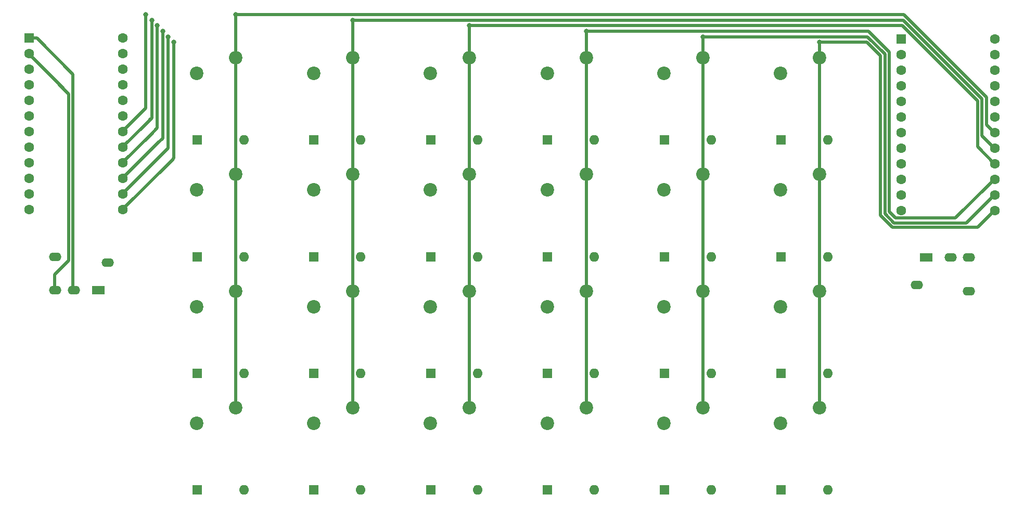
<source format=gtl>
G04 #@! TF.GenerationSoftware,KiCad,Pcbnew,(5.0.2)-1*
G04 #@! TF.CreationDate,2019-02-28T20:13:41+09:00*
G04 #@! TF.ProjectId,Keyboard,4b657962-6f61-4726-942e-6b696361645f,rev?*
G04 #@! TF.SameCoordinates,Original*
G04 #@! TF.FileFunction,Copper,L1,Top*
G04 #@! TF.FilePolarity,Positive*
%FSLAX46Y46*%
G04 Gerber Fmt 4.6, Leading zero omitted, Abs format (unit mm)*
G04 Created by KiCad (PCBNEW (5.0.2)-1) date 2019/02/28 20:13:41*
%MOMM*%
%LPD*%
G01*
G04 APERTURE LIST*
G04 #@! TA.AperFunction,ComponentPad*
%ADD10C,2.200000*%
G04 #@! TD*
G04 #@! TA.AperFunction,ComponentPad*
%ADD11R,1.600000X1.600000*%
G04 #@! TD*
G04 #@! TA.AperFunction,ComponentPad*
%ADD12O,1.600000X1.600000*%
G04 #@! TD*
G04 #@! TA.AperFunction,ComponentPad*
%ADD13C,1.600000*%
G04 #@! TD*
G04 #@! TA.AperFunction,ComponentPad*
%ADD14O,2.000000X1.400000*%
G04 #@! TD*
G04 #@! TA.AperFunction,ComponentPad*
%ADD15R,2.000000X1.400000*%
G04 #@! TD*
G04 #@! TA.AperFunction,ViaPad*
%ADD16C,0.800000*%
G04 #@! TD*
G04 #@! TA.AperFunction,Conductor*
%ADD17C,0.500000*%
G04 #@! TD*
G04 APERTURE END LIST*
D10*
G04 #@! TO.P,K23,2*
G04 #@! TO.N,Net-(D23-Pad1)*
X33850000Y-68640000D03*
G04 #@! TO.P,K23,1*
G04 #@! TO.N,COL0*
X40200000Y-66100000D03*
G04 #@! TD*
G04 #@! TO.P,K24,1*
G04 #@! TO.N,COL1*
X59200000Y-66100000D03*
G04 #@! TO.P,K24,2*
G04 #@! TO.N,Net-(D24-Pad1)*
X52850000Y-68640000D03*
G04 #@! TD*
D11*
G04 #@! TO.P,D24,1*
G04 #@! TO.N,Net-(D24-Pad1)*
X52900000Y-79500000D03*
D12*
G04 #@! TO.P,D24,2*
G04 #@! TO.N,ROW3*
X60520000Y-79500000D03*
G04 #@! TD*
G04 #@! TO.P,D23,2*
G04 #@! TO.N,ROW3*
X41520000Y-79500000D03*
D11*
G04 #@! TO.P,D23,1*
G04 #@! TO.N,Net-(D23-Pad1)*
X33900000Y-79500000D03*
G04 #@! TD*
G04 #@! TO.P,U2,1*
G04 #@! TO.N,TX2*
X6580000Y-5930000D03*
D13*
G04 #@! TO.P,U2,2*
G04 #@! TO.N,RX2*
X6580000Y-8470000D03*
G04 #@! TO.P,U2,3*
G04 #@! TO.N,Net-(U2-Pad3)*
X6580000Y-11010000D03*
G04 #@! TO.P,U2,4*
G04 #@! TO.N,Net-(U2-Pad4)*
X6580000Y-13550000D03*
G04 #@! TO.P,U2,5*
G04 #@! TO.N,Net-(U2-Pad5)*
X6580000Y-16090000D03*
G04 #@! TO.P,U2,6*
G04 #@! TO.N,Net-(U2-Pad6)*
X6580000Y-18630000D03*
G04 #@! TO.P,U2,7*
G04 #@! TO.N,Net-(U2-Pad7)*
X6580000Y-21170000D03*
G04 #@! TO.P,U2,8*
G04 #@! TO.N,Net-(U2-Pad8)*
X6580000Y-23710000D03*
G04 #@! TO.P,U2,9*
G04 #@! TO.N,ROW0*
X6580000Y-26250000D03*
G04 #@! TO.P,U2,10*
G04 #@! TO.N,ROW1*
X6580000Y-28790000D03*
G04 #@! TO.P,U2,11*
G04 #@! TO.N,ROW2*
X6580000Y-31330000D03*
G04 #@! TO.P,U2,12*
G04 #@! TO.N,ROW3*
X6580000Y-33870000D03*
G04 #@! TO.P,U2,13*
G04 #@! TO.N,COL5*
X21820000Y-33870000D03*
G04 #@! TO.P,U2,14*
G04 #@! TO.N,COL4*
X21820000Y-31330000D03*
G04 #@! TO.P,U2,15*
G04 #@! TO.N,COL3*
X21820000Y-28790000D03*
G04 #@! TO.P,U2,16*
G04 #@! TO.N,COL2*
X21820000Y-26250000D03*
G04 #@! TO.P,U2,17*
G04 #@! TO.N,COL1*
X21820000Y-23710000D03*
G04 #@! TO.P,U2,18*
G04 #@! TO.N,COL0*
X21820000Y-21170000D03*
G04 #@! TO.P,U2,19*
G04 #@! TO.N,Net-(U2-Pad19)*
X21820000Y-18630000D03*
G04 #@! TO.P,U2,20*
G04 #@! TO.N,Net-(U2-Pad20)*
X21820000Y-16090000D03*
G04 #@! TO.P,U2,21*
G04 #@! TO.N,Net-(U2-Pad21)*
X21820000Y-13550000D03*
G04 #@! TO.P,U2,22*
G04 #@! TO.N,Net-(U2-Pad22)*
X21820000Y-11010000D03*
G04 #@! TO.P,U2,23*
G04 #@! TO.N,Net-(U2-Pad23)*
X21820000Y-8470000D03*
G04 #@! TO.P,U2,24*
G04 #@! TO.N,Net-(U2-Pad24)*
X21820000Y-5930000D03*
G04 #@! TD*
D10*
G04 #@! TO.P,K3,1*
G04 #@! TO.N,COL0*
X40200000Y-47100000D03*
G04 #@! TO.P,K3,2*
G04 #@! TO.N,Net-(D3-Pad1)*
X33850000Y-49640000D03*
G04 #@! TD*
G04 #@! TO.P,K7,1*
G04 #@! TO.N,COL2*
X78200000Y-9100000D03*
G04 #@! TO.P,K7,2*
G04 #@! TO.N,Net-(D7-Pad1)*
X71850000Y-11640000D03*
G04 #@! TD*
G04 #@! TO.P,K8,1*
G04 #@! TO.N,COL2*
X78200000Y-28100000D03*
G04 #@! TO.P,K8,2*
G04 #@! TO.N,Net-(D8-Pad1)*
X71850000Y-30640000D03*
G04 #@! TD*
D11*
G04 #@! TO.P,D2,1*
G04 #@! TO.N,Net-(D2-Pad1)*
X33900000Y-41500000D03*
D12*
G04 #@! TO.P,D2,2*
G04 #@! TO.N,ROW1*
X41520000Y-41500000D03*
G04 #@! TD*
D11*
G04 #@! TO.P,D7,1*
G04 #@! TO.N,Net-(D7-Pad1)*
X71900000Y-22500000D03*
D12*
G04 #@! TO.P,D7,2*
G04 #@! TO.N,ROW0*
X79520000Y-22500000D03*
G04 #@! TD*
D11*
G04 #@! TO.P,D10,1*
G04 #@! TO.N,Net-(D10-Pad1)*
X71900000Y-79500000D03*
D12*
G04 #@! TO.P,D10,2*
G04 #@! TO.N,ROW3*
X79520000Y-79500000D03*
G04 #@! TD*
G04 #@! TO.P,D9,2*
G04 #@! TO.N,ROW2*
X79520000Y-60500000D03*
D11*
G04 #@! TO.P,D9,1*
G04 #@! TO.N,Net-(D9-Pad1)*
X71900000Y-60500000D03*
G04 #@! TD*
G04 #@! TO.P,D16,1*
G04 #@! TO.N,Net-(D16-Pad1)*
X109900000Y-41500000D03*
D12*
G04 #@! TO.P,D16,2*
G04 #@! TO.N,ROW1*
X117520000Y-41500000D03*
G04 #@! TD*
D10*
G04 #@! TO.P,K4,2*
G04 #@! TO.N,Net-(D4-Pad1)*
X52850000Y-11640000D03*
G04 #@! TO.P,K4,1*
G04 #@! TO.N,COL1*
X59200000Y-9100000D03*
G04 #@! TD*
G04 #@! TO.P,K9,1*
G04 #@! TO.N,COL2*
X78200000Y-47100000D03*
G04 #@! TO.P,K9,2*
G04 #@! TO.N,Net-(D9-Pad1)*
X71850000Y-49640000D03*
G04 #@! TD*
G04 #@! TO.P,K5,1*
G04 #@! TO.N,COL1*
X59200000Y-28100000D03*
G04 #@! TO.P,K5,2*
G04 #@! TO.N,Net-(D5-Pad1)*
X52850000Y-30640000D03*
G04 #@! TD*
D12*
G04 #@! TO.P,D15,2*
G04 #@! TO.N,ROW0*
X117520000Y-22500000D03*
D11*
G04 #@! TO.P,D15,1*
G04 #@! TO.N,Net-(D15-Pad1)*
X109900000Y-22500000D03*
G04 #@! TD*
D12*
G04 #@! TO.P,D17,2*
G04 #@! TO.N,ROW2*
X117520000Y-60500000D03*
D11*
G04 #@! TO.P,D17,1*
G04 #@! TO.N,Net-(D17-Pad1)*
X109900000Y-60500000D03*
G04 #@! TD*
D12*
G04 #@! TO.P,D12,2*
G04 #@! TO.N,ROW1*
X98520000Y-41500000D03*
D11*
G04 #@! TO.P,D12,1*
G04 #@! TO.N,Net-(D12-Pad1)*
X90900000Y-41500000D03*
G04 #@! TD*
D12*
G04 #@! TO.P,D4,2*
G04 #@! TO.N,ROW0*
X60520000Y-22500000D03*
D11*
G04 #@! TO.P,D4,1*
G04 #@! TO.N,Net-(D4-Pad1)*
X52900000Y-22500000D03*
G04 #@! TD*
G04 #@! TO.P,D6,1*
G04 #@! TO.N,Net-(D6-Pad1)*
X52900000Y-60500000D03*
D12*
G04 #@! TO.P,D6,2*
G04 #@! TO.N,ROW2*
X60520000Y-60500000D03*
G04 #@! TD*
G04 #@! TO.P,D14,2*
G04 #@! TO.N,ROW3*
X98520000Y-79500000D03*
D11*
G04 #@! TO.P,D14,1*
G04 #@! TO.N,Net-(D14-Pad1)*
X90900000Y-79500000D03*
G04 #@! TD*
G04 #@! TO.P,D18,1*
G04 #@! TO.N,Net-(D18-Pad1)*
X109900000Y-79500000D03*
D12*
G04 #@! TO.P,D18,2*
G04 #@! TO.N,ROW3*
X117520000Y-79500000D03*
G04 #@! TD*
D11*
G04 #@! TO.P,D21,1*
G04 #@! TO.N,Net-(D21-Pad1)*
X128900000Y-60500000D03*
D12*
G04 #@! TO.P,D21,2*
G04 #@! TO.N,ROW2*
X136520000Y-60500000D03*
G04 #@! TD*
G04 #@! TO.P,D22,2*
G04 #@! TO.N,ROW3*
X136520000Y-79500000D03*
D11*
G04 #@! TO.P,D22,1*
G04 #@! TO.N,Net-(D22-Pad1)*
X128900000Y-79500000D03*
G04 #@! TD*
D12*
G04 #@! TO.P,D3,2*
G04 #@! TO.N,ROW2*
X41520000Y-60500000D03*
D11*
G04 #@! TO.P,D3,1*
G04 #@! TO.N,Net-(D3-Pad1)*
X33900000Y-60500000D03*
G04 #@! TD*
D10*
G04 #@! TO.P,K1,1*
G04 #@! TO.N,COL0*
X40200000Y-9100000D03*
G04 #@! TO.P,K1,2*
G04 #@! TO.N,Net-(D1-Pad1)*
X33850000Y-11640000D03*
G04 #@! TD*
G04 #@! TO.P,K2,2*
G04 #@! TO.N,Net-(D2-Pad1)*
X33850000Y-30640000D03*
G04 #@! TO.P,K2,1*
G04 #@! TO.N,COL0*
X40200000Y-28100000D03*
G04 #@! TD*
D11*
G04 #@! TO.P,D11,1*
G04 #@! TO.N,Net-(D11-Pad1)*
X90900000Y-22500000D03*
D12*
G04 #@! TO.P,D11,2*
G04 #@! TO.N,ROW0*
X98520000Y-22500000D03*
G04 #@! TD*
D10*
G04 #@! TO.P,K19,1*
G04 #@! TO.N,COL5*
X135200000Y-9100000D03*
G04 #@! TO.P,K19,2*
G04 #@! TO.N,Net-(D19-Pad1)*
X128850000Y-11640000D03*
G04 #@! TD*
D12*
G04 #@! TO.P,D20,2*
G04 #@! TO.N,ROW1*
X136520000Y-41500000D03*
D11*
G04 #@! TO.P,D20,1*
G04 #@! TO.N,Net-(D20-Pad1)*
X128900000Y-41500000D03*
G04 #@! TD*
G04 #@! TO.P,D8,1*
G04 #@! TO.N,Net-(D8-Pad1)*
X71900000Y-41500000D03*
D12*
G04 #@! TO.P,D8,2*
G04 #@! TO.N,ROW1*
X79520000Y-41500000D03*
G04 #@! TD*
D10*
G04 #@! TO.P,K6,2*
G04 #@! TO.N,Net-(D6-Pad1)*
X52850000Y-49640000D03*
G04 #@! TO.P,K6,1*
G04 #@! TO.N,COL1*
X59200000Y-47100000D03*
G04 #@! TD*
D12*
G04 #@! TO.P,D13,2*
G04 #@! TO.N,ROW2*
X98520000Y-60500000D03*
D11*
G04 #@! TO.P,D13,1*
G04 #@! TO.N,Net-(D13-Pad1)*
X90900000Y-60500000D03*
G04 #@! TD*
D10*
G04 #@! TO.P,K17,2*
G04 #@! TO.N,Net-(D17-Pad1)*
X109850000Y-49640000D03*
G04 #@! TO.P,K17,1*
G04 #@! TO.N,COL4*
X116200000Y-47100000D03*
G04 #@! TD*
D11*
G04 #@! TO.P,D1,1*
G04 #@! TO.N,Net-(D1-Pad1)*
X33900000Y-22500000D03*
D12*
G04 #@! TO.P,D1,2*
G04 #@! TO.N,ROW0*
X41520000Y-22500000D03*
G04 #@! TD*
G04 #@! TO.P,D5,2*
G04 #@! TO.N,ROW1*
X60520000Y-41500000D03*
D11*
G04 #@! TO.P,D5,1*
G04 #@! TO.N,Net-(D5-Pad1)*
X52900000Y-41500000D03*
G04 #@! TD*
G04 #@! TO.P,D19,1*
G04 #@! TO.N,Net-(D19-Pad1)*
X128900000Y-22500000D03*
D12*
G04 #@! TO.P,D19,2*
G04 #@! TO.N,ROW0*
X136520000Y-22500000D03*
G04 #@! TD*
D10*
G04 #@! TO.P,K14,1*
G04 #@! TO.N,COL3*
X97200000Y-66100000D03*
G04 #@! TO.P,K14,2*
G04 #@! TO.N,Net-(D14-Pad1)*
X90850000Y-68640000D03*
G04 #@! TD*
G04 #@! TO.P,K20,1*
G04 #@! TO.N,COL5*
X135200000Y-28100000D03*
G04 #@! TO.P,K20,2*
G04 #@! TO.N,Net-(D20-Pad1)*
X128850000Y-30640000D03*
G04 #@! TD*
G04 #@! TO.P,K22,2*
G04 #@! TO.N,Net-(D22-Pad1)*
X128850000Y-68640000D03*
G04 #@! TO.P,K22,1*
G04 #@! TO.N,COL5*
X135200000Y-66100000D03*
G04 #@! TD*
G04 #@! TO.P,K12,2*
G04 #@! TO.N,Net-(D12-Pad1)*
X90850000Y-30640000D03*
G04 #@! TO.P,K12,1*
G04 #@! TO.N,COL3*
X97200000Y-28100000D03*
G04 #@! TD*
G04 #@! TO.P,K11,2*
G04 #@! TO.N,Net-(D11-Pad1)*
X90850000Y-11640000D03*
G04 #@! TO.P,K11,1*
G04 #@! TO.N,COL3*
X97200000Y-9100000D03*
G04 #@! TD*
G04 #@! TO.P,K10,2*
G04 #@! TO.N,Net-(D10-Pad1)*
X71850000Y-68640000D03*
G04 #@! TO.P,K10,1*
G04 #@! TO.N,COL2*
X78200000Y-66100000D03*
G04 #@! TD*
G04 #@! TO.P,K15,1*
G04 #@! TO.N,COL4*
X116200000Y-9100000D03*
G04 #@! TO.P,K15,2*
G04 #@! TO.N,Net-(D15-Pad1)*
X109850000Y-11640000D03*
G04 #@! TD*
D13*
G04 #@! TO.P,U1,24*
G04 #@! TO.N,Net-(U1-Pad24)*
X163720000Y-6030000D03*
G04 #@! TO.P,U1,23*
G04 #@! TO.N,Net-(U1-Pad23)*
X163720000Y-8570000D03*
G04 #@! TO.P,U1,22*
G04 #@! TO.N,Net-(U1-Pad22)*
X163720000Y-11110000D03*
G04 #@! TO.P,U1,21*
G04 #@! TO.N,Net-(U1-Pad21)*
X163720000Y-13650000D03*
G04 #@! TO.P,U1,20*
G04 #@! TO.N,Net-(U1-Pad20)*
X163720000Y-16190000D03*
G04 #@! TO.P,U1,19*
G04 #@! TO.N,Net-(U1-Pad19)*
X163720000Y-18730000D03*
G04 #@! TO.P,U1,18*
G04 #@! TO.N,COL0*
X163720000Y-21270000D03*
G04 #@! TO.P,U1,17*
G04 #@! TO.N,COL1*
X163720000Y-23810000D03*
G04 #@! TO.P,U1,16*
G04 #@! TO.N,COL2*
X163720000Y-26350000D03*
G04 #@! TO.P,U1,15*
G04 #@! TO.N,COL3*
X163720000Y-28890000D03*
G04 #@! TO.P,U1,14*
G04 #@! TO.N,COL4*
X163720000Y-31430000D03*
G04 #@! TO.P,U1,13*
G04 #@! TO.N,COL5*
X163720000Y-33970000D03*
G04 #@! TO.P,U1,12*
G04 #@! TO.N,ROW3*
X148480000Y-33970000D03*
G04 #@! TO.P,U1,11*
G04 #@! TO.N,ROW2*
X148480000Y-31430000D03*
G04 #@! TO.P,U1,10*
G04 #@! TO.N,ROW1*
X148480000Y-28890000D03*
G04 #@! TO.P,U1,9*
G04 #@! TO.N,ROW0*
X148480000Y-26350000D03*
G04 #@! TO.P,U1,8*
G04 #@! TO.N,Net-(U1-Pad8)*
X148480000Y-23810000D03*
G04 #@! TO.P,U1,7*
G04 #@! TO.N,Net-(U1-Pad7)*
X148480000Y-21270000D03*
G04 #@! TO.P,U1,6*
G04 #@! TO.N,Net-(U1-Pad6)*
X148480000Y-18730000D03*
G04 #@! TO.P,U1,5*
G04 #@! TO.N,Net-(U1-Pad5)*
X148480000Y-16190000D03*
G04 #@! TO.P,U1,4*
G04 #@! TO.N,Net-(U1-Pad4)*
X148480000Y-13650000D03*
G04 #@! TO.P,U1,3*
G04 #@! TO.N,Net-(U1-Pad3)*
X148480000Y-11110000D03*
G04 #@! TO.P,U1,2*
G04 #@! TO.N,RX1*
X148480000Y-8570000D03*
D11*
G04 #@! TO.P,U1,1*
G04 #@! TO.N,TX1*
X148480000Y-6030000D03*
G04 #@! TD*
D10*
G04 #@! TO.P,K16,2*
G04 #@! TO.N,Net-(D16-Pad1)*
X109850000Y-30640000D03*
G04 #@! TO.P,K16,1*
G04 #@! TO.N,COL4*
X116200000Y-28100000D03*
G04 #@! TD*
G04 #@! TO.P,K18,2*
G04 #@! TO.N,Net-(D18-Pad1)*
X109850000Y-68640000D03*
G04 #@! TO.P,K18,1*
G04 #@! TO.N,COL4*
X116200000Y-66100000D03*
G04 #@! TD*
G04 #@! TO.P,K13,1*
G04 #@! TO.N,COL3*
X97200000Y-47100000D03*
G04 #@! TO.P,K13,2*
G04 #@! TO.N,Net-(D13-Pad1)*
X90850000Y-49640000D03*
G04 #@! TD*
G04 #@! TO.P,K21,2*
G04 #@! TO.N,Net-(D21-Pad1)*
X128850000Y-49640000D03*
G04 #@! TO.P,K21,1*
G04 #@! TO.N,COL5*
X135200000Y-47100000D03*
G04 #@! TD*
D14*
G04 #@! TO.P,J1,R2*
G04 #@! TO.N,TX1*
X159500000Y-41600000D03*
G04 #@! TO.P,J1,R1*
G04 #@! TO.N,RX1*
X156500000Y-41600000D03*
D15*
G04 #@! TO.P,J1,T*
G04 #@! TO.N,Net-(J1-PadT)*
X152500000Y-41600000D03*
D14*
G04 #@! TO.P,J1,S*
G04 #@! TO.N,Net-(J1-PadS)*
X151000000Y-46100000D03*
G04 #@! TO.P,J1,*
G04 #@! TO.N,*
X159500000Y-47100000D03*
G04 #@! TD*
G04 #@! TO.P,J2,*
G04 #@! TO.N,*
X10800000Y-41500000D03*
G04 #@! TO.P,J2,S*
G04 #@! TO.N,Net-(J2-PadS)*
X19300000Y-42500000D03*
D15*
G04 #@! TO.P,J2,T*
G04 #@! TO.N,Net-(J2-PadT)*
X17800000Y-47000000D03*
D14*
G04 #@! TO.P,J2,R1*
G04 #@! TO.N,TX2*
X13800000Y-47000000D03*
G04 #@! TO.P,J2,R2*
G04 #@! TO.N,RX2*
X10800000Y-47000000D03*
G04 #@! TD*
D16*
G04 #@! TO.N,COL0*
X40200000Y-2100000D03*
X25550000Y-2100000D03*
G04 #@! TO.N,COL1*
X59200000Y-3000000D03*
X26500000Y-3000000D03*
G04 #@! TO.N,COL2*
X78200000Y-3900000D03*
X27400000Y-3900000D03*
G04 #@! TO.N,COL3*
X97200000Y-4800000D03*
X28300000Y-4800000D03*
G04 #@! TO.N,COL4*
X116200000Y-5700000D03*
X29200000Y-5700000D03*
G04 #@! TO.N,COL5*
X135200000Y-6600000D03*
X30100000Y-6600000D03*
G04 #@! TD*
D17*
G04 #@! TO.N,COL0*
X40200000Y-9100000D02*
X40200000Y-28100000D01*
X40200000Y-47100000D02*
X40200000Y-66100000D01*
X40200000Y-9100000D02*
X40200000Y-2100000D01*
X40200000Y-28100000D02*
X40200000Y-47100000D01*
X162369999Y-18500000D02*
X162369999Y-17730001D01*
X162369999Y-20019999D02*
X162369999Y-18500000D01*
X163620000Y-21270000D02*
X162369999Y-20019999D01*
X162369999Y-15569999D02*
X162369999Y-16620033D01*
X162369999Y-16620033D02*
X162369999Y-18500000D01*
X148900000Y-2100000D02*
X162369999Y-15569999D01*
X40100000Y-2100000D02*
X148900000Y-2100000D01*
X25550000Y-17340000D02*
X24690000Y-18200000D01*
X25450000Y-17440000D02*
X24690000Y-18200000D01*
X25550000Y-17340000D02*
X24090000Y-18800000D01*
X25550000Y-14650000D02*
X25550000Y-17340000D01*
X24090000Y-18800000D02*
X21720000Y-21170000D01*
X24690000Y-18200000D02*
X24090000Y-18800000D01*
X25550000Y-2050000D02*
X25550000Y-14650000D01*
X25550000Y-14650000D02*
X25550000Y-15550000D01*
G04 #@! TO.N,COL1*
X59200000Y-47100000D02*
X59200000Y-66100000D01*
X59200000Y-9100000D02*
X59200000Y-3000000D01*
X59200000Y-9100000D02*
X59200000Y-47100000D01*
X163620000Y-23810000D02*
X161610000Y-21800000D01*
X161610000Y-21800000D02*
X161610000Y-18200000D01*
X161610000Y-18200000D02*
X161610000Y-17710000D01*
X161610000Y-15810000D02*
X161610000Y-16849998D01*
X59100000Y-3000000D02*
X148800000Y-3000000D01*
X148800000Y-3000000D02*
X161610000Y-15810000D01*
X161610000Y-16849998D02*
X161610000Y-18200000D01*
X26500000Y-18930000D02*
X25500000Y-19930000D01*
X25500000Y-19930000D02*
X21720000Y-23710000D01*
X26400000Y-19030000D02*
X25500000Y-19930000D01*
X26500000Y-3000000D02*
X26500000Y-17650000D01*
X26500000Y-17650000D02*
X26500000Y-18930000D01*
G04 #@! TO.N,COL2*
X78200000Y-9100000D02*
X78200000Y-3900000D01*
X78200000Y-9100000D02*
X78200000Y-66100000D01*
X160900000Y-16139998D02*
X160900000Y-23630000D01*
X160900000Y-23630000D02*
X163620000Y-26350000D01*
X78100000Y-3900000D02*
X148660002Y-3900000D01*
X148660002Y-3900000D02*
X160900000Y-16139998D01*
X27400000Y-20570000D02*
X26450000Y-21520000D01*
X27400000Y-18900000D02*
X27400000Y-20570000D01*
X26450000Y-21520000D02*
X21720000Y-26250000D01*
X27300000Y-20670000D02*
X26450000Y-21520000D01*
X27400000Y-3900000D02*
X27400000Y-18900000D01*
G04 #@! TO.N,COL3*
X97200000Y-9100000D02*
X97200000Y-4800000D01*
X97200000Y-9100000D02*
X97200000Y-66100000D01*
X146500011Y-8220081D02*
X146500011Y-34200011D01*
X147520001Y-35220001D02*
X157289999Y-35220001D01*
X143079930Y-4800000D02*
X146500011Y-8220081D01*
X146500011Y-34200011D02*
X147520001Y-35220001D01*
X157289999Y-35220001D02*
X162820001Y-29689999D01*
X162820001Y-29689999D02*
X163620000Y-28890000D01*
X97100000Y-4800000D02*
X143079930Y-4800000D01*
X28300000Y-22210000D02*
X27560000Y-22950000D01*
X28300000Y-20300000D02*
X28300000Y-22210000D01*
X27560000Y-22950000D02*
X21720000Y-28790000D01*
X28200000Y-22310000D02*
X27560000Y-22950000D01*
X28300000Y-4800000D02*
X28300000Y-20300000D01*
G04 #@! TO.N,COL4*
X116200000Y-9100000D02*
X116200000Y-5700000D01*
X116200000Y-9100000D02*
X116200000Y-66100000D01*
X159050000Y-36000000D02*
X162820001Y-32229999D01*
X145800000Y-34500000D02*
X147300000Y-36000000D01*
X145800000Y-8510036D02*
X145800000Y-34500000D01*
X116100000Y-5700000D02*
X142989964Y-5700000D01*
X142989964Y-5700000D02*
X145800000Y-8510036D01*
X162820001Y-32229999D02*
X163620000Y-31430000D01*
X147300000Y-36000000D02*
X159050000Y-36000000D01*
X29200000Y-23850000D02*
X28500000Y-24550000D01*
X29200000Y-21150000D02*
X29200000Y-23850000D01*
X28500000Y-24550000D02*
X21720000Y-31330000D01*
X29100000Y-23950000D02*
X28500000Y-24550000D01*
X29200000Y-5700000D02*
X29200000Y-21150000D01*
G04 #@! TO.N,COL5*
X135200000Y-9100000D02*
X135200000Y-6600000D01*
X135200000Y-9100000D02*
X135200000Y-66100000D01*
X146900000Y-36600000D02*
X146910037Y-36600000D01*
X142900000Y-6600000D02*
X145100000Y-8800000D01*
X145100000Y-8800000D02*
X145100000Y-34800000D01*
X147010047Y-36700010D02*
X160889990Y-36700010D01*
X135100000Y-6600000D02*
X142900000Y-6600000D01*
X146910037Y-36600000D02*
X147010047Y-36700010D01*
X145100000Y-34800000D02*
X146900000Y-36600000D01*
X160889990Y-36700010D02*
X163620000Y-33970000D01*
X30100000Y-25490000D02*
X29540000Y-26050000D01*
X30100000Y-23550000D02*
X30100000Y-25490000D01*
X29540000Y-26050000D02*
X21720000Y-33870000D01*
X30000000Y-25590000D02*
X29540000Y-26050000D01*
X30100000Y-6600000D02*
X30100000Y-23550000D01*
G04 #@! TO.N,RX2*
X6480000Y-8470000D02*
X11110000Y-13100000D01*
X11110000Y-13100000D02*
X12150010Y-14140010D01*
X10700000Y-45800000D02*
X10700000Y-47000000D01*
X11500000Y-13490000D02*
X11500000Y-13500000D01*
X11500000Y-13500000D02*
X13000000Y-15000000D01*
X13000000Y-15000000D02*
X13000000Y-42145998D01*
X11110000Y-13100000D02*
X11500000Y-13490000D01*
X13000000Y-42145998D02*
X10700000Y-44445998D01*
X10700000Y-44445998D02*
X10700000Y-45800000D01*
G04 #@! TO.N,TX2*
X13700000Y-45800000D02*
X13700000Y-47000000D01*
X7780000Y-5930000D02*
X13700000Y-11850000D01*
X13700000Y-11850000D02*
X13700000Y-45800000D01*
X6480000Y-5930000D02*
X7780000Y-5930000D01*
G04 #@! TD*
M02*

</source>
